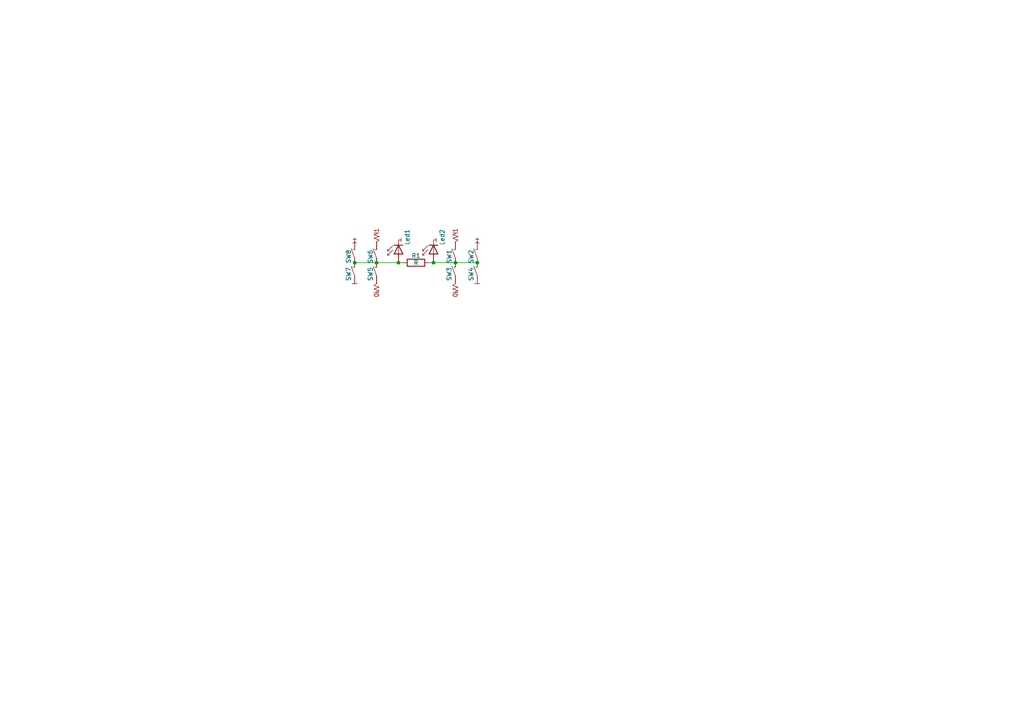
<source format=kicad_sch>
(kicad_sch (version 20230121) (generator eeschema)
  (paper "A4")
  (lib_symbols
    (symbol "Device:R" (pin_numbers hide) (pin_names (offset 0))
      (property "Reference" "R" (at 2.032 0 90))
      (property "Value" "R" (at 0 0 90))
      (symbol "R_0_1"
        (rectangle (start -1.016 -2.54) (end 1.016 2.54) (stroke (width 0.254)))
      )
      (symbol "R_1_1"
        (pin passive line (at 0 3.81 270) (length 1.27) (name "~") (number "1"))
        (pin passive line (at 0 -3.81 90) (length 1.27) (name "~") (number "2"))
      )
    )
    (symbol "chip:GND" (power) (pin_numbers hide) (pin_names (offset 0) hide) (in_bom no) (on_board no)
      (property "Value" "GND" (at 0 0 0))
      (symbol "GND_0_1"
        (polyline (pts (xy -1.016 0.762) (xy -1.016 -0.762)))
      )
      (symbol "GND_1_1"
        (pin power_in line (at 0 0 180) (length 1) (name "gnd") (number "1"))
      )
    )
    (symbol "chip:LED" (pin_numbers hide) (pin_names (offset 1.016) hide)
      (property "Reference" "Led" (at 1.016 -2.286 0))
      (symbol "LED_0_1"
        (polyline (pts (xy 2.159 3.175) (xy 2.667 3.175)))
        (polyline (pts (xy 2.54 0) (xy 5.08 0)))
        (polyline (pts (xy 5.08 1.27) (xy 5.08 -1.27)) (stroke (width 0.254)))
        (polyline (pts (xy 3.683 1.651) (xy 2.159 3.175) (xy 2.159 2.667)))
        (polyline (pts (xy 6.096 -0.762) (xy 7.112 -0.762) (xy 6.858 -0.762)))
        (polyline (pts (xy 2.54 -1.27) (xy 5.08 0) (xy 2.54 1.27) (xy 2.54 -1.27)) (stroke (width 0.254)))
        (polyline (pts (xy 5.08 0) (xy 5.842 0) (xy 6.604 0) (xy 6.604 -0.762)))
        (polyline (pts (xy 4.953 1.651) (xy 3.429 3.175) (xy 3.429 2.667) (xy 3.429 3.175) (xy 3.937 3.175)))
      )
      (symbol "LED_1_1"
        (pin input line (at 0 0 0) (length 2.54) (name "IN") (number "1"))
      )
    )
    (symbol "chip:PULLDOWN" (pin_numbers hide) (pin_names (offset 0) hide)
      (symbol "PULLDOWN_0_1"
        (polyline (pts (xy -3.556 0) (xy -3.556 -0.762)))
        (polyline (pts (xy -1.016 0) (xy -1.524 0.762) (xy -2.032 -0.762) (xy -2.54 0.762) (xy -3.048 -0.762) (xy -3.302 0) (xy -3.556 0) (xy -3.556 0.762)))
      )
      (symbol "PULLDOWN_1_1"
        (text "0" (at -4.318 0 0) (effects (font (size 1.27 1.27))))
        (pin tri_state line (at 0 0 180) (length 1) (name "OUT") (number "1"))
      )
    )
    (symbol "chip:PULLUP" (pin_numbers hide) (pin_names (offset 0) hide)
      (symbol "PULLUP_0_1"
        (polyline (pts (xy -3.54 0) (xy -3.54 -0.762)))
        (polyline (pts (xy -1 0) (xy -1.508 0.762) (xy -2.016 -0.762) (xy -2.524 0.762) (xy -3.032 -0.762) (xy -3.286 0) (xy -3.54 0) (xy -3.54 0.762)))
      )
      (symbol "PULLUP_1_1"
        (text "1" (at -4.318 0 0) (effects (font (size 1.27 1.27))))
        (pin tri_state line (at 0 0 180) (length 1) (name "OUT") (number "1"))
      )
    )
    (symbol "chip:PWR" (power) (pin_numbers hide) (pin_names (offset 0) hide) (in_bom no) (on_board no)
      (property "Value" "PWR" (at 0 0 0))
      (symbol "PWR_0_1"
        (polyline (pts (xy -0.508 0.508) (xy -1.016 0) (xy -0.508 -0.508)))
      )
      (symbol "PWR_1_1"
        (text "+" (at -2.54 0 900) (effects (font (size 1.27 1.27)) (justify top)))
        (pin power_in line (at 0 0 180) (length 1) (name "pwr") (number "1"))
      )
    )
    (symbol "chip:SWITCH" (pin_numbers hide) (pin_names (offset 0) hide)
      (property "Reference" "SW" (at 1.778 1.778 0))
      (symbol "SWITCH_0_1"
        (polyline (pts (xy 1.27 0) (xy 1.27 0)))
        (polyline (pts (xy 1.27 0) (xy 4.064 1.016)))
        (polyline (pts (xy 3.81 0.508) (xy 3.81 0)))
      )
      (symbol "SWITCH_1_1"
        (pin passive line (at 0 0 0) (length 1.27) (name "IN1") (number "1"))
        (pin passive line (at 5.08 0 180) (length 1.27) (name "IN2") (number "2"))
      )
    )
  )
  (junction (at 138.43 76.2))
  (junction (at 115.57 76.2))
  (junction (at 132.08 76.2))
  (junction (at 102.87 76.2))
  (junction (at 125.73 76.2))
  (junction (at 109.22 76.2))
  (wire (pts (xy 125.73 76.2) (xy 132.08 76.2)))
  (wire (pts (xy 132.08 76.2) (xy 138.43 76.2)))
  (wire (pts (xy 102.87 76.2) (xy 109.22 76.2)))
  (wire (pts (xy 109.22 76.2) (xy 115.57 76.2)))
  (wire (pts (xy 125.73 76.2) (xy 124.46 76.2)))
  (wire (pts (xy 115.57 76.2) (xy 116.84 76.2)))
  (symbol (lib_id "chip:SWITCH") (at 132.08 81.28 90) (unit 1)
    (property "Reference" "SW3" (at 130.302 79.502 0))
    (property "Value" "SWITCH" (effects hide))
    (property "Footprint" "Button_Switch_THT:SW_CW_GPTS203211B" (effects hide))
  )
  (symbol (lib_id "chip:PULLUP") (at 132.08 71.12 270) (unit 1)
    (property "Reference" "pullup2" (effects hide))
    (property "Value" "pull_up" (effects hide))
  )
  (symbol (lib_id "chip:SWITCH") (at 109.22 76.2 90) (unit 1)
    (property "Reference" "SW6" (at 107.442 74.422 0))
    (property "Value" "SWITCH" (effects hide))
    (property "Footprint" "Button_Switch_THT:SW_CW_GPTS203211B" (effects hide))
  )
  (symbol (lib_id "Device:R") (at 120.65 76.2 90) (unit 1)
    (property "Reference" "R1" (at 120.65 74.168 90))
    (property "Value" "R" (at 120.65 76.2 90))
  )
  (symbol (lib_id "chip:PWR") (at 102.87 71.12 270) (unit 1) (in_bom no) (on_board no)
    (property "Reference" "#PWR02" (effects hide))
    (property "Value" "PWR" (at 102.87 71.12 0) (effects (font (size 0 0))))
  )
  (symbol (lib_id "chip:PWR") (at 138.43 71.12 270) (unit 1) (in_bom no) (on_board no)
    (property "Reference" "#PWR01" (effects hide))
    (property "Value" "PWR" (at 138.43 71.12 0) (effects (font (size 0 0))))
  )
  (symbol (lib_id "chip:SWITCH") (at 138.43 81.28 90) (unit 1)
    (property "Reference" "SW4" (at 136.652 79.502 0))
    (property "Value" "SWITCH" (effects hide))
    (property "Footprint" "Button_Switch_THT:SW_CW_GPTS203211B" (effects hide))
  )
  (symbol (lib_id "chip:SWITCH") (at 109.22 81.28 90) (unit 1)
    (property "Reference" "SW5" (at 107.442 79.502 0))
    (property "Value" "SWITCH" (effects hide))
    (property "Footprint" "Button_Switch_THT:SW_CW_GPTS203211B" (effects hide))
  )
  (symbol (lib_id "chip:GND") (at 102.87 81.28 90) (unit 1) (in_bom no) (on_board no)
    (property "Reference" "#GND02" (effects hide))
    (property "Value" "GND" (at 102.87 81.28 0) (effects (font (size 0 0))))
  )
  (symbol (lib_id "chip:LED") (at 125.73 76.2 90) (unit 1)
    (property "Reference" "Led2" (at 128.27 71.12 0) (effects (justify left)))
  )
  (symbol (lib_id "chip:PULLDOWN") (at 109.22 81.28 90) (unit 1)
    (property "Reference" "pulldown1" (effects hide))
    (property "Value" "pull_down" (effects hide))
  )
  (symbol (lib_id "chip:GND") (at 138.43 81.28 90) (unit 1) (in_bom no) (on_board no)
    (property "Reference" "#GND01" (effects hide))
    (property "Value" "GND" (at 138.43 81.28 0) (effects (font (size 0 0))))
  )
  (symbol (lib_id "chip:SWITCH") (at 132.08 76.2 90) (unit 1)
    (property "Reference" "SW1" (at 130.302 74.422 0))
    (property "Value" "SWITCH" (effects hide))
    (property "Footprint" "Button_Switch_THT:SW_CW_GPTS203211B" (effects hide))
  )
  (symbol (lib_id "chip:PULLDOWN") (at 132.08 81.28 90) (unit 1)
    (property "Reference" "pulldown2" (effects hide))
    (property "Value" "pull_down" (effects hide))
  )
  (symbol (lib_id "chip:SWITCH") (at 102.87 81.28 90) (unit 1)
    (property "Reference" "SW7" (at 101.092 79.502 0))
    (property "Value" "SWITCH" (effects hide))
    (property "Footprint" "Button_Switch_THT:SW_CW_GPTS203211B" (effects hide))
  )
  (symbol (lib_id "chip:LED") (at 115.57 76.2 90) (unit 1)
    (property "Reference" "Led1" (at 118.11 71.12 0) (effects (justify left)))
  )
  (symbol (lib_id "chip:PULLUP") (at 109.22 71.12 270) (unit 1)
    (property "Reference" "pullup1" (effects hide))
    (property "Value" "pull_up" (effects hide))
  )
  (symbol (lib_id "chip:SWITCH") (at 138.43 76.2 90) (unit 1)
    (property "Reference" "SW2" (at 136.652 74.422 0))
    (property "Value" "SWITCH" (effects hide))
    (property "Footprint" "Button_Switch_THT:SW_CW_GPTS203211B" (effects hide))
  )
  (symbol (lib_id "chip:SWITCH") (at 102.87 76.2 90) (unit 1)
    (property "Reference" "SW8" (at 101.092 74.422 0))
    (property "Value" "SWITCH" (effects hide))
    (property "Footprint" "Button_Switch_THT:SW_CW_GPTS203211B" (effects hide))
  )
)
</source>
